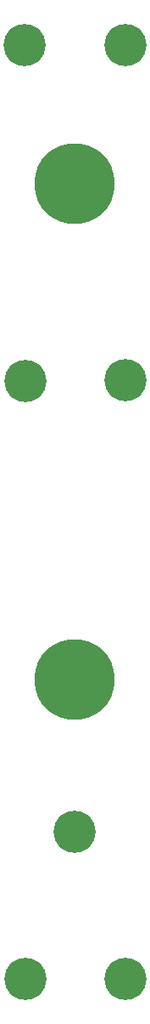
<source format=gbr>
%TF.GenerationSoftware,KiCad,Pcbnew,6.0.11+dfsg-1~bpo11+1*%
%TF.CreationDate,2023-06-07T14:08:47+08:00*%
%TF.ProjectId,MiniSNH v1.0 - Front,4d696e69-534e-4482-9076-312e30202d20,rev?*%
%TF.SameCoordinates,Original*%
%TF.FileFunction,Soldermask,Bot*%
%TF.FilePolarity,Negative*%
%FSLAX46Y46*%
G04 Gerber Fmt 4.6, Leading zero omitted, Abs format (unit mm)*
G04 Created by KiCad (PCBNEW 6.0.11+dfsg-1~bpo11+1) date 2023-06-07 14:08:47*
%MOMM*%
%LPD*%
G01*
G04 APERTURE LIST*
%ADD10C,4.200000*%
%ADD11C,8.000000*%
G04 APERTURE END LIST*
D10*
%TO.C,*%
X114974998Y-68613020D03*
%TD*%
%TO.C,*%
X115025064Y-161499910D03*
%TD*%
%TO.C,*%
X115025065Y-101999905D03*
%TD*%
%TO.C,*%
X119999999Y-146882027D03*
%TD*%
D11*
%TO.C,*%
X120000000Y-131700000D03*
%TD*%
D10*
%TO.C,*%
X125024997Y-68613022D03*
%TD*%
%TO.C,*%
X125024997Y-101920315D03*
%TD*%
%TO.C,*%
X125024999Y-161499910D03*
%TD*%
D11*
%TO.C,*%
X120000000Y-82400000D03*
%TD*%
M02*

</source>
